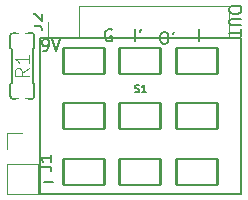
<source format=gto>
%TF.GenerationSoftware,KiCad,Pcbnew,7.0.2*%
%TF.CreationDate,2023-07-27T03:17:02-04:00*%
%TF.ProjectId,switchy,73776974-6368-4792-9e6b-696361645f70,1.0*%
%TF.SameCoordinates,Original*%
%TF.FileFunction,Legend,Top*%
%TF.FilePolarity,Positive*%
%FSLAX46Y46*%
G04 Gerber Fmt 4.6, Leading zero omitted, Abs format (unit mm)*
G04 Created by KiCad (PCBNEW 7.0.2) date 2023-07-27 03:17:02*
%MOMM*%
%LPD*%
G01*
G04 APERTURE LIST*
G04 Aperture macros list*
%AMRoundRect*
0 Rectangle with rounded corners*
0 $1 Rounding radius*
0 $2 $3 $4 $5 $6 $7 $8 $9 X,Y pos of 4 corners*
0 Add a 4 corners polygon primitive as box body*
4,1,4,$2,$3,$4,$5,$6,$7,$8,$9,$2,$3,0*
0 Add four circle primitives for the rounded corners*
1,1,$1+$1,$2,$3*
1,1,$1+$1,$4,$5*
1,1,$1+$1,$6,$7*
1,1,$1+$1,$8,$9*
0 Add four rect primitives between the rounded corners*
20,1,$1+$1,$2,$3,$4,$5,0*
20,1,$1+$1,$4,$5,$6,$7,0*
20,1,$1+$1,$6,$7,$8,$9,0*
20,1,$1+$1,$8,$9,$2,$3,0*%
G04 Aperture macros list end*
%ADD10C,0.150000*%
%ADD11C,0.101600*%
%ADD12C,0.127000*%
%ADD13C,0.120000*%
%ADD14C,0.152400*%
%ADD15C,0.203200*%
%ADD16C,1.700000*%
%ADD17R,1.700000X1.700000*%
%ADD18O,1.700000X1.700000*%
%ADD19C,2.203200*%
%ADD20RoundRect,0.101600X-1.750000X-1.125000X1.750000X-1.125000X1.750000X1.125000X-1.750000X1.125000X0*%
G04 APERTURE END LIST*
D10*
X155000000Y-93662619D02*
X155000000Y-92662619D01*
X147561904Y-92710238D02*
X147466666Y-92662619D01*
X147466666Y-92662619D02*
X147323809Y-92662619D01*
X147323809Y-92662619D02*
X147180952Y-92710238D01*
X147180952Y-92710238D02*
X147085714Y-92805476D01*
X147085714Y-92805476D02*
X147038095Y-92900714D01*
X147038095Y-92900714D02*
X146990476Y-93091190D01*
X146990476Y-93091190D02*
X146990476Y-93234047D01*
X146990476Y-93234047D02*
X147038095Y-93424523D01*
X147038095Y-93424523D02*
X147085714Y-93519761D01*
X147085714Y-93519761D02*
X147180952Y-93615000D01*
X147180952Y-93615000D02*
X147323809Y-93662619D01*
X147323809Y-93662619D02*
X147419047Y-93662619D01*
X147419047Y-93662619D02*
X147561904Y-93615000D01*
X147561904Y-93615000D02*
X147609523Y-93567380D01*
X147609523Y-93567380D02*
X147609523Y-93234047D01*
X147609523Y-93234047D02*
X147419047Y-93234047D01*
X141869048Y-105581666D02*
X142630953Y-105581666D01*
X158537380Y-90900000D02*
X158537380Y-91090476D01*
X158537380Y-91090476D02*
X158489761Y-91185714D01*
X158489761Y-91185714D02*
X158394523Y-91280952D01*
X158394523Y-91280952D02*
X158204047Y-91328571D01*
X158204047Y-91328571D02*
X157870714Y-91328571D01*
X157870714Y-91328571D02*
X157680238Y-91280952D01*
X157680238Y-91280952D02*
X157585000Y-91185714D01*
X157585000Y-91185714D02*
X157537380Y-91090476D01*
X157537380Y-91090476D02*
X157537380Y-90900000D01*
X157537380Y-90900000D02*
X157585000Y-90804762D01*
X157585000Y-90804762D02*
X157680238Y-90709524D01*
X157680238Y-90709524D02*
X157870714Y-90661905D01*
X157870714Y-90661905D02*
X158204047Y-90661905D01*
X158204047Y-90661905D02*
X158394523Y-90709524D01*
X158394523Y-90709524D02*
X158489761Y-90804762D01*
X158489761Y-90804762D02*
X158537380Y-90900000D01*
X158537380Y-91757143D02*
X157727857Y-91757143D01*
X157727857Y-91757143D02*
X157632619Y-91804762D01*
X157632619Y-91804762D02*
X157585000Y-91852381D01*
X157585000Y-91852381D02*
X157537380Y-91947619D01*
X157537380Y-91947619D02*
X157537380Y-92138095D01*
X157537380Y-92138095D02*
X157585000Y-92233333D01*
X157585000Y-92233333D02*
X157632619Y-92280952D01*
X157632619Y-92280952D02*
X157727857Y-92328571D01*
X157727857Y-92328571D02*
X158537380Y-92328571D01*
X158537380Y-92661905D02*
X158537380Y-93233333D01*
X157537380Y-92947619D02*
X158537380Y-92947619D01*
X151928571Y-92877619D02*
X152119047Y-92877619D01*
X152119047Y-92877619D02*
X152214285Y-92925238D01*
X152214285Y-92925238D02*
X152309523Y-93020476D01*
X152309523Y-93020476D02*
X152357142Y-93210952D01*
X152357142Y-93210952D02*
X152357142Y-93544285D01*
X152357142Y-93544285D02*
X152309523Y-93734761D01*
X152309523Y-93734761D02*
X152214285Y-93830000D01*
X152214285Y-93830000D02*
X152119047Y-93877619D01*
X152119047Y-93877619D02*
X151928571Y-93877619D01*
X151928571Y-93877619D02*
X151833333Y-93830000D01*
X151833333Y-93830000D02*
X151738095Y-93734761D01*
X151738095Y-93734761D02*
X151690476Y-93544285D01*
X151690476Y-93544285D02*
X151690476Y-93210952D01*
X151690476Y-93210952D02*
X151738095Y-93020476D01*
X151738095Y-93020476D02*
X151833333Y-92925238D01*
X151833333Y-92925238D02*
X151928571Y-92877619D01*
X152833333Y-92877619D02*
X152738095Y-93068095D01*
X149561905Y-93662619D02*
X149561905Y-92662619D01*
X150085714Y-92662619D02*
X149990476Y-92853095D01*
X141785714Y-94477619D02*
X141976190Y-94477619D01*
X141976190Y-94477619D02*
X142071428Y-94430000D01*
X142071428Y-94430000D02*
X142119047Y-94382380D01*
X142119047Y-94382380D02*
X142214285Y-94239523D01*
X142214285Y-94239523D02*
X142261904Y-94049047D01*
X142261904Y-94049047D02*
X142261904Y-93668095D01*
X142261904Y-93668095D02*
X142214285Y-93572857D01*
X142214285Y-93572857D02*
X142166666Y-93525238D01*
X142166666Y-93525238D02*
X142071428Y-93477619D01*
X142071428Y-93477619D02*
X141880952Y-93477619D01*
X141880952Y-93477619D02*
X141785714Y-93525238D01*
X141785714Y-93525238D02*
X141738095Y-93572857D01*
X141738095Y-93572857D02*
X141690476Y-93668095D01*
X141690476Y-93668095D02*
X141690476Y-93906190D01*
X141690476Y-93906190D02*
X141738095Y-94001428D01*
X141738095Y-94001428D02*
X141785714Y-94049047D01*
X141785714Y-94049047D02*
X141880952Y-94096666D01*
X141880952Y-94096666D02*
X142071428Y-94096666D01*
X142071428Y-94096666D02*
X142166666Y-94049047D01*
X142166666Y-94049047D02*
X142214285Y-94001428D01*
X142214285Y-94001428D02*
X142261904Y-93906190D01*
X142547619Y-93477619D02*
X142880952Y-94477619D01*
X142880952Y-94477619D02*
X143214285Y-93477619D01*
X141462619Y-104283333D02*
X142176904Y-104283333D01*
X142176904Y-104283333D02*
X142319761Y-104330952D01*
X142319761Y-104330952D02*
X142415000Y-104426190D01*
X142415000Y-104426190D02*
X142462619Y-104569047D01*
X142462619Y-104569047D02*
X142462619Y-104664285D01*
X142462619Y-103283333D02*
X142462619Y-103854761D01*
X142462619Y-103569047D02*
X141462619Y-103569047D01*
X141462619Y-103569047D02*
X141605476Y-103664285D01*
X141605476Y-103664285D02*
X141700714Y-103759523D01*
X141700714Y-103759523D02*
X141748333Y-103854761D01*
X140632619Y-92333333D02*
X141346904Y-92333333D01*
X141346904Y-92333333D02*
X141489761Y-92380952D01*
X141489761Y-92380952D02*
X141585000Y-92476190D01*
X141585000Y-92476190D02*
X141632619Y-92619047D01*
X141632619Y-92619047D02*
X141632619Y-92714285D01*
X140727857Y-91904761D02*
X140680238Y-91857142D01*
X140680238Y-91857142D02*
X140632619Y-91761904D01*
X140632619Y-91761904D02*
X140632619Y-91523809D01*
X140632619Y-91523809D02*
X140680238Y-91428571D01*
X140680238Y-91428571D02*
X140727857Y-91380952D01*
X140727857Y-91380952D02*
X140823095Y-91333333D01*
X140823095Y-91333333D02*
X140918333Y-91333333D01*
X140918333Y-91333333D02*
X141061190Y-91380952D01*
X141061190Y-91380952D02*
X141632619Y-91952380D01*
X141632619Y-91952380D02*
X141632619Y-91333333D01*
D11*
X140558150Y-95951083D02*
X139983626Y-96353250D01*
X140558150Y-96640512D02*
X139351650Y-96640512D01*
X139351650Y-96640512D02*
X139351650Y-96180893D01*
X139351650Y-96180893D02*
X139409102Y-96065988D01*
X139409102Y-96065988D02*
X139466555Y-96008535D01*
X139466555Y-96008535D02*
X139581459Y-95951083D01*
X139581459Y-95951083D02*
X139753817Y-95951083D01*
X139753817Y-95951083D02*
X139868721Y-96008535D01*
X139868721Y-96008535D02*
X139926174Y-96065988D01*
X139926174Y-96065988D02*
X139983626Y-96180893D01*
X139983626Y-96180893D02*
X139983626Y-96640512D01*
X140558150Y-94802035D02*
X140558150Y-95491464D01*
X140558150Y-95146750D02*
X139351650Y-95146750D01*
X139351650Y-95146750D02*
X139524007Y-95261654D01*
X139524007Y-95261654D02*
X139638912Y-95376559D01*
X139638912Y-95376559D02*
X139696364Y-95491464D01*
D12*
X149535543Y-97952984D02*
X149622629Y-97982012D01*
X149622629Y-97982012D02*
X149767771Y-97982012D01*
X149767771Y-97982012D02*
X149825829Y-97952984D01*
X149825829Y-97952984D02*
X149854857Y-97923955D01*
X149854857Y-97923955D02*
X149883886Y-97865898D01*
X149883886Y-97865898D02*
X149883886Y-97807841D01*
X149883886Y-97807841D02*
X149854857Y-97749784D01*
X149854857Y-97749784D02*
X149825829Y-97720755D01*
X149825829Y-97720755D02*
X149767771Y-97691726D01*
X149767771Y-97691726D02*
X149651657Y-97662698D01*
X149651657Y-97662698D02*
X149593600Y-97633669D01*
X149593600Y-97633669D02*
X149564571Y-97604641D01*
X149564571Y-97604641D02*
X149535543Y-97546584D01*
X149535543Y-97546584D02*
X149535543Y-97488526D01*
X149535543Y-97488526D02*
X149564571Y-97430469D01*
X149564571Y-97430469D02*
X149593600Y-97401441D01*
X149593600Y-97401441D02*
X149651657Y-97372412D01*
X149651657Y-97372412D02*
X149796800Y-97372412D01*
X149796800Y-97372412D02*
X149883886Y-97401441D01*
X150464457Y-97982012D02*
X150116114Y-97982012D01*
X150290285Y-97982012D02*
X150290285Y-97372412D01*
X150290285Y-97372412D02*
X150232228Y-97459498D01*
X150232228Y-97459498D02*
X150174171Y-97517555D01*
X150174171Y-97517555D02*
X150116114Y-97546584D01*
D13*
X138670000Y-101420000D02*
X140000000Y-101420000D01*
X138670000Y-102750000D02*
X138670000Y-101420000D01*
X138670000Y-104020000D02*
X138670000Y-106620000D01*
X138670000Y-104020000D02*
X141330000Y-104020000D01*
X138670000Y-106620000D02*
X141330000Y-106620000D01*
X141330000Y-104020000D02*
X141330000Y-106620000D01*
X142170000Y-93330000D02*
X142170000Y-92000000D01*
X143500000Y-93330000D02*
X142170000Y-93330000D01*
X144770000Y-93330000D02*
X157530000Y-93330000D01*
X144770000Y-93330000D02*
X144770000Y-90670000D01*
X157530000Y-93330000D02*
X157530000Y-90670000D01*
X144770000Y-90670000D02*
X157530000Y-90670000D01*
D14*
X140762000Y-98560000D02*
X139238000Y-98560000D01*
X138984000Y-98306000D02*
X138984000Y-97290000D01*
X141016000Y-98306000D02*
X141016000Y-97290000D01*
X139111000Y-97163000D02*
X138984000Y-97290000D01*
X140889000Y-97163000D02*
X141016000Y-97290000D01*
X139111000Y-94337000D02*
X139111000Y-97163000D01*
X139111000Y-94337000D02*
X138984000Y-94210000D01*
X140889000Y-94337000D02*
X140889000Y-97163000D01*
X140889000Y-94337000D02*
X141016000Y-94210000D01*
X138984000Y-93194000D02*
X138984000Y-94210000D01*
X141016000Y-93194000D02*
X141016000Y-94210000D01*
X140762000Y-92940000D02*
X139238000Y-92940000D01*
X138984000Y-98306000D02*
G75*
G03*
X139238000Y-98560000I254000J0D01*
G01*
X140762000Y-98560000D02*
G75*
G03*
X141016000Y-98306000I0J254000D01*
G01*
X139238000Y-92940000D02*
G75*
G03*
X138984000Y-93194000I0J-254000D01*
G01*
X141016000Y-93194000D02*
G75*
G03*
X140762000Y-92940000I-254000J0D01*
G01*
D15*
X141500000Y-93400000D02*
X141500000Y-100000000D01*
X141500000Y-93400000D02*
X150000000Y-93400000D01*
X141500000Y-100000000D02*
X141500000Y-106600000D01*
X141500000Y-106600000D02*
X150000000Y-106600000D01*
X150000000Y-93400000D02*
X158500000Y-93400000D01*
X150000000Y-106600000D02*
X158500000Y-106600000D01*
X158500000Y-100000000D02*
X158500000Y-93400000D01*
X158500000Y-106600000D02*
X158500000Y-100000000D01*
%LPC*%
D16*
X140000000Y-102750000D03*
D17*
X140000000Y-105290000D03*
X143500000Y-92000000D03*
D18*
X146040000Y-92000000D03*
X148580000Y-92000000D03*
X151120000Y-92000000D03*
X153660000Y-92000000D03*
X156200000Y-92000000D03*
D19*
X140000000Y-99560000D03*
X140000000Y-91940000D03*
D20*
X145200000Y-95300000D03*
X145200000Y-100000000D03*
X145200000Y-104700000D03*
X150000000Y-95300000D03*
X150000000Y-100000000D03*
X150000000Y-104700000D03*
X154800000Y-95300000D03*
X154800000Y-100000000D03*
X154800000Y-104700000D03*
%LPD*%
M02*

</source>
